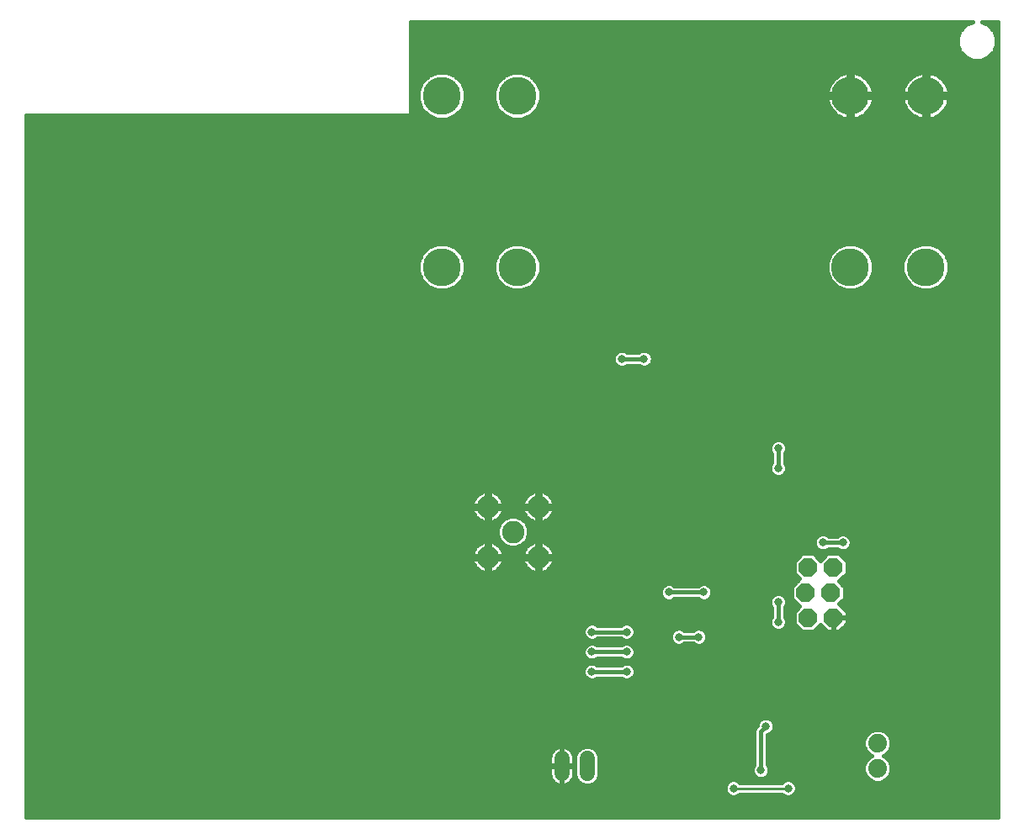
<source format=gbl>
G75*
%MOIN*%
%OFA0B0*%
%FSLAX24Y24*%
%IPPOS*%
%LPD*%
%AMOC8*
5,1,8,0,0,1.08239X$1,22.5*
%
%ADD10C,0.0886*%
%ADD11C,0.0600*%
%ADD12C,0.1500*%
%ADD13OC8,0.0740*%
%ADD14C,0.0740*%
%ADD15C,0.0160*%
%ADD16C,0.0317*%
%ADD17C,0.0100*%
D10*
X018991Y010700D03*
X019991Y011700D03*
X018991Y012700D03*
X020991Y012700D03*
X020991Y010700D03*
D11*
X021924Y002716D02*
X021924Y002116D01*
X022924Y002116D02*
X022924Y002716D01*
D12*
X020160Y022200D03*
X017168Y022200D03*
X017168Y028991D03*
X020160Y028991D03*
X033349Y028991D03*
X036341Y028991D03*
X036341Y022200D03*
X033349Y022200D03*
D13*
X032676Y010290D03*
X031676Y010290D03*
X031576Y009290D03*
X032576Y009290D03*
X032676Y008290D03*
X031676Y008290D03*
D14*
X034432Y003318D03*
X034432Y002318D03*
D15*
X000714Y000391D02*
X000714Y028204D01*
X015928Y028204D01*
X015928Y031914D01*
X038186Y031914D01*
X037933Y031809D01*
X037716Y031592D01*
X037599Y031309D01*
X037599Y031003D01*
X037716Y030720D01*
X037933Y030504D01*
X038216Y030386D01*
X038522Y030386D01*
X038805Y030504D01*
X039022Y030720D01*
X039139Y031003D01*
X039139Y031309D01*
X039022Y031592D01*
X038805Y031809D01*
X038552Y031914D01*
X039201Y031914D01*
X039201Y000391D01*
X000714Y000391D01*
X000714Y000409D02*
X039201Y000409D01*
X039201Y000568D02*
X000714Y000568D01*
X000714Y000726D02*
X039201Y000726D01*
X039201Y000885D02*
X000714Y000885D01*
X000714Y001043D02*
X039201Y001043D01*
X039201Y001202D02*
X030980Y001202D01*
X030956Y001192D02*
X031080Y001243D01*
X031176Y001339D01*
X031227Y001463D01*
X031227Y001598D01*
X031176Y001722D01*
X031080Y001817D01*
X030956Y001869D01*
X030821Y001869D01*
X030697Y001817D01*
X030640Y001760D01*
X028972Y001760D01*
X028915Y001817D01*
X028791Y001869D01*
X028656Y001869D01*
X028532Y001817D01*
X028436Y001722D01*
X028385Y001598D01*
X028385Y001463D01*
X028436Y001339D01*
X028532Y001243D01*
X028656Y001192D01*
X028791Y001192D01*
X028915Y001243D01*
X028972Y001300D01*
X030640Y001300D01*
X030697Y001243D01*
X030821Y001192D01*
X030956Y001192D01*
X030797Y001202D02*
X028815Y001202D01*
X028632Y001202D02*
X000714Y001202D01*
X000714Y001360D02*
X028427Y001360D01*
X028385Y001519D02*
X000714Y001519D01*
X000714Y001677D02*
X021728Y001677D01*
X021740Y001671D02*
X021812Y001648D01*
X021886Y001636D01*
X021904Y001636D01*
X021904Y002396D01*
X021944Y002396D01*
X021944Y001636D01*
X021962Y001636D01*
X022036Y001648D01*
X022108Y001671D01*
X022176Y001706D01*
X022237Y001750D01*
X022290Y001803D01*
X022335Y001865D01*
X022369Y001932D01*
X022392Y002004D01*
X022404Y002078D01*
X022404Y002396D01*
X021944Y002396D01*
X021944Y002436D01*
X022404Y002436D01*
X022404Y002754D01*
X022392Y002829D01*
X022369Y002900D01*
X022335Y002968D01*
X022290Y003029D01*
X022237Y003082D01*
X022176Y003127D01*
X022108Y003161D01*
X022036Y003184D01*
X021962Y003196D01*
X021944Y003196D01*
X021944Y002436D01*
X021904Y002436D01*
X021904Y002396D01*
X021444Y002396D01*
X021444Y002078D01*
X021456Y002004D01*
X021479Y001932D01*
X021514Y001865D01*
X021558Y001803D01*
X021611Y001750D01*
X021673Y001706D01*
X021740Y001671D01*
X021904Y001677D02*
X021944Y001677D01*
X021944Y001836D02*
X021904Y001836D01*
X021904Y001994D02*
X021944Y001994D01*
X021944Y002153D02*
X021904Y002153D01*
X021904Y002311D02*
X021944Y002311D01*
X021904Y002436D02*
X021444Y002436D01*
X021444Y002754D01*
X021456Y002829D01*
X021479Y002900D01*
X021514Y002968D01*
X021558Y003029D01*
X021611Y003082D01*
X021673Y003127D01*
X021740Y003161D01*
X021812Y003184D01*
X021886Y003196D01*
X021904Y003196D01*
X021904Y002436D01*
X021904Y002470D02*
X021944Y002470D01*
X021944Y002628D02*
X021904Y002628D01*
X021904Y002787D02*
X021944Y002787D01*
X021944Y002945D02*
X021904Y002945D01*
X021904Y003104D02*
X021944Y003104D01*
X022207Y003104D02*
X022633Y003104D01*
X022652Y003123D02*
X022517Y002988D01*
X022444Y002812D01*
X022444Y002021D01*
X022517Y001844D01*
X022652Y001709D01*
X022829Y001636D01*
X023020Y001636D01*
X023196Y001709D01*
X023331Y001844D01*
X023404Y002021D01*
X023404Y002812D01*
X023331Y002988D01*
X023196Y003123D01*
X023020Y003196D01*
X022829Y003196D01*
X022652Y003123D01*
X022499Y002945D02*
X022346Y002945D01*
X022399Y002787D02*
X022444Y002787D01*
X022444Y002628D02*
X022404Y002628D01*
X022404Y002470D02*
X022444Y002470D01*
X022444Y002311D02*
X022404Y002311D01*
X022404Y002153D02*
X022444Y002153D01*
X022455Y001994D02*
X022389Y001994D01*
X022314Y001836D02*
X022526Y001836D01*
X022729Y001677D02*
X022120Y001677D01*
X021534Y001836D02*
X000714Y001836D01*
X000714Y001994D02*
X021459Y001994D01*
X021444Y002153D02*
X000714Y002153D01*
X000714Y002311D02*
X021444Y002311D01*
X021444Y002470D02*
X000714Y002470D01*
X000714Y002628D02*
X021444Y002628D01*
X021449Y002787D02*
X000714Y002787D01*
X000714Y002945D02*
X021502Y002945D01*
X021641Y003104D02*
X000714Y003104D01*
X000714Y003262D02*
X029546Y003262D01*
X029546Y003104D02*
X023215Y003104D01*
X023349Y002945D02*
X029546Y002945D01*
X029546Y002787D02*
X023404Y002787D01*
X023404Y002628D02*
X029546Y002628D01*
X029546Y002470D02*
X023404Y002470D01*
X023404Y002311D02*
X029468Y002311D01*
X029468Y002318D02*
X029468Y002184D01*
X029519Y002059D01*
X029614Y001964D01*
X029739Y001912D01*
X029873Y001912D01*
X029998Y001964D01*
X030093Y002059D01*
X030144Y002184D01*
X030144Y002318D01*
X030093Y002443D01*
X030066Y002469D01*
X030066Y003653D01*
X030070Y003653D01*
X030195Y003704D01*
X030290Y003799D01*
X030341Y003924D01*
X030341Y004058D01*
X030290Y004183D01*
X030195Y004278D01*
X030070Y004329D01*
X029936Y004329D01*
X029811Y004278D01*
X029716Y004183D01*
X029664Y004058D01*
X029664Y004020D01*
X029586Y003941D01*
X029546Y003846D01*
X029546Y002469D01*
X029519Y002443D01*
X029468Y002318D01*
X029480Y002153D02*
X023404Y002153D01*
X023393Y001994D02*
X029584Y001994D01*
X029806Y002251D02*
X029806Y003794D01*
X030003Y003991D01*
X030228Y003738D02*
X034074Y003738D01*
X034120Y003784D02*
X033966Y003629D01*
X033882Y003427D01*
X033882Y003208D01*
X033966Y003006D01*
X034120Y002851D01*
X034202Y002818D01*
X034120Y002784D01*
X033966Y002629D01*
X033882Y002427D01*
X033882Y002208D01*
X033966Y002006D01*
X034120Y001851D01*
X034323Y001768D01*
X034541Y001768D01*
X034744Y001851D01*
X034898Y002006D01*
X034982Y002208D01*
X034982Y002427D01*
X034898Y002629D01*
X034744Y002784D01*
X034662Y002818D01*
X034744Y002851D01*
X034898Y003006D01*
X034982Y003208D01*
X034982Y003427D01*
X034898Y003629D01*
X034744Y003784D01*
X034541Y003868D01*
X034323Y003868D01*
X034120Y003784D01*
X033945Y003579D02*
X030066Y003579D01*
X030066Y003421D02*
X033882Y003421D01*
X033882Y003262D02*
X030066Y003262D01*
X030066Y003104D02*
X033925Y003104D01*
X034027Y002945D02*
X030066Y002945D01*
X030066Y002787D02*
X034127Y002787D01*
X033965Y002628D02*
X030066Y002628D01*
X030066Y002470D02*
X033900Y002470D01*
X033882Y002311D02*
X030144Y002311D01*
X030132Y002153D02*
X033905Y002153D01*
X033978Y001994D02*
X030028Y001994D01*
X030742Y001836D02*
X028870Y001836D01*
X028576Y001836D02*
X023323Y001836D01*
X023119Y001677D02*
X028418Y001677D01*
X029546Y003421D02*
X000714Y003421D01*
X000714Y003579D02*
X029546Y003579D01*
X029546Y003738D02*
X000714Y003738D01*
X000714Y003896D02*
X029567Y003896D01*
X029664Y004055D02*
X000714Y004055D01*
X000714Y004213D02*
X029747Y004213D01*
X030259Y004213D02*
X039201Y004213D01*
X039201Y004055D02*
X030341Y004055D01*
X030330Y003896D02*
X039201Y003896D01*
X039201Y003738D02*
X034790Y003738D01*
X034919Y003579D02*
X039201Y003579D01*
X039201Y003421D02*
X034982Y003421D01*
X034982Y003262D02*
X039201Y003262D01*
X039201Y003104D02*
X034939Y003104D01*
X034837Y002945D02*
X039201Y002945D01*
X039201Y002787D02*
X034737Y002787D01*
X034899Y002628D02*
X039201Y002628D01*
X039201Y002470D02*
X034964Y002470D01*
X034982Y002311D02*
X039201Y002311D01*
X039201Y002153D02*
X034959Y002153D01*
X034886Y001994D02*
X039201Y001994D01*
X039201Y001836D02*
X034706Y001836D01*
X034158Y001836D02*
X031036Y001836D01*
X031194Y001677D02*
X039201Y001677D01*
X039201Y001519D02*
X031227Y001519D01*
X031185Y001360D02*
X039201Y001360D01*
X039201Y004372D02*
X000714Y004372D01*
X000714Y004530D02*
X039201Y004530D01*
X039201Y004689D02*
X000714Y004689D01*
X000714Y004847D02*
X039201Y004847D01*
X039201Y005006D02*
X000714Y005006D01*
X000714Y005164D02*
X039201Y005164D01*
X039201Y005323D02*
X000714Y005323D01*
X000714Y005481D02*
X039201Y005481D01*
X039201Y005640D02*
X000714Y005640D01*
X000714Y005798D02*
X039201Y005798D01*
X039201Y005957D02*
X024770Y005957D01*
X024778Y005965D02*
X024829Y006089D01*
X024829Y006224D01*
X024778Y006348D01*
X024683Y006443D01*
X024558Y006495D01*
X024424Y006495D01*
X024299Y006443D01*
X024272Y006416D01*
X023332Y006416D01*
X023305Y006443D01*
X023180Y006495D01*
X023046Y006495D01*
X022921Y006443D01*
X022826Y006348D01*
X022775Y006224D01*
X022775Y006089D01*
X022826Y005965D01*
X022921Y005869D01*
X023046Y005818D01*
X023180Y005818D01*
X023305Y005869D01*
X023332Y005896D01*
X024272Y005896D01*
X024299Y005869D01*
X024424Y005818D01*
X024558Y005818D01*
X024683Y005869D01*
X024778Y005965D01*
X024829Y006115D02*
X039201Y006115D01*
X039201Y006274D02*
X024809Y006274D01*
X024694Y006432D02*
X039201Y006432D01*
X039201Y006591D02*
X000714Y006591D01*
X000714Y006749D02*
X022829Y006749D01*
X022826Y006752D02*
X022921Y006657D01*
X023046Y006605D01*
X023180Y006605D01*
X023305Y006657D01*
X023332Y006684D01*
X024272Y006684D01*
X024299Y006657D01*
X024424Y006605D01*
X024558Y006605D01*
X024683Y006657D01*
X024778Y006752D01*
X024829Y006876D01*
X024829Y007011D01*
X024778Y007135D01*
X024683Y007231D01*
X024558Y007282D01*
X024424Y007282D01*
X024299Y007231D01*
X024272Y007204D01*
X023332Y007204D01*
X023305Y007231D01*
X023180Y007282D01*
X023046Y007282D01*
X022921Y007231D01*
X022826Y007135D01*
X022775Y007011D01*
X022775Y006876D01*
X022826Y006752D01*
X022775Y006908D02*
X000714Y006908D01*
X000714Y007066D02*
X022798Y007066D01*
X022916Y007225D02*
X000714Y007225D01*
X000714Y007383D02*
X026254Y007383D01*
X026271Y007343D02*
X026366Y007247D01*
X026491Y007196D01*
X026625Y007196D01*
X026750Y007247D01*
X026777Y007274D01*
X027127Y007274D01*
X027154Y007247D01*
X027278Y007196D01*
X027413Y007196D01*
X027537Y007247D01*
X027632Y007343D01*
X027684Y007467D01*
X027684Y007602D01*
X027632Y007726D01*
X027537Y007821D01*
X027413Y007873D01*
X027278Y007873D01*
X027154Y007821D01*
X027127Y007794D01*
X026777Y007794D01*
X026750Y007821D01*
X026625Y007873D01*
X026491Y007873D01*
X026366Y007821D01*
X026271Y007726D01*
X026220Y007602D01*
X026220Y007467D01*
X026271Y007343D01*
X026421Y007225D02*
X024689Y007225D01*
X024807Y007066D02*
X039201Y007066D01*
X039201Y006908D02*
X024829Y006908D01*
X024775Y006749D02*
X039201Y006749D01*
X039201Y007225D02*
X027483Y007225D01*
X027649Y007383D02*
X039201Y007383D01*
X039201Y007542D02*
X027684Y007542D01*
X027643Y007700D02*
X039201Y007700D01*
X039201Y007859D02*
X033023Y007859D01*
X032904Y007740D02*
X033226Y008062D01*
X033226Y008270D01*
X032696Y008270D01*
X032696Y007740D01*
X032904Y007740D01*
X032696Y007859D02*
X032656Y007859D01*
X032656Y007740D02*
X032448Y007740D01*
X032176Y008012D01*
X031904Y007740D01*
X031448Y007740D01*
X031126Y008062D01*
X031126Y008518D01*
X031348Y008740D01*
X031348Y008740D01*
X031026Y009062D01*
X031026Y009518D01*
X031348Y009840D01*
X031348Y009840D01*
X031126Y010062D01*
X031126Y010518D01*
X031448Y010840D01*
X031904Y010840D01*
X032176Y010568D01*
X032448Y010840D01*
X032904Y010840D01*
X033226Y010518D01*
X033226Y010062D01*
X032904Y009740D01*
X032904Y009740D01*
X033126Y009518D01*
X033126Y009062D01*
X032904Y008840D01*
X032904Y008840D01*
X033226Y008518D01*
X033226Y008310D01*
X032696Y008310D01*
X032696Y008270D01*
X032656Y008270D01*
X032656Y007740D01*
X032656Y008017D02*
X032696Y008017D01*
X032696Y008176D02*
X032656Y008176D01*
X032330Y007859D02*
X032023Y007859D01*
X031330Y007859D02*
X030708Y007859D01*
X030687Y007838D02*
X030782Y007933D01*
X030833Y008057D01*
X030833Y008192D01*
X030782Y008317D01*
X030755Y008343D01*
X030755Y008694D01*
X030782Y008721D01*
X030833Y008845D01*
X030833Y008980D01*
X030782Y009104D01*
X030687Y009199D01*
X030562Y009251D01*
X030428Y009251D01*
X030303Y009199D01*
X030208Y009104D01*
X030157Y008980D01*
X030157Y008845D01*
X030208Y008721D01*
X030235Y008694D01*
X030235Y008343D01*
X030208Y008317D01*
X030157Y008192D01*
X030157Y008057D01*
X030208Y007933D01*
X030303Y007838D01*
X030428Y007786D01*
X030562Y007786D01*
X030687Y007838D01*
X030817Y008017D02*
X031171Y008017D01*
X031126Y008176D02*
X030833Y008176D01*
X030764Y008334D02*
X031126Y008334D01*
X031126Y008493D02*
X030755Y008493D01*
X030755Y008651D02*
X031259Y008651D01*
X031279Y008810D02*
X030819Y008810D01*
X030833Y008968D02*
X031120Y008968D01*
X031026Y009127D02*
X030759Y009127D01*
X031026Y009285D02*
X027881Y009285D01*
X027881Y009239D02*
X027881Y009373D01*
X027829Y009498D01*
X027734Y009593D01*
X027610Y009644D01*
X027475Y009644D01*
X027351Y009593D01*
X027324Y009566D01*
X026383Y009566D01*
X026356Y009593D01*
X026232Y009644D01*
X026097Y009644D01*
X025973Y009593D01*
X025877Y009498D01*
X025826Y009373D01*
X025826Y009239D01*
X025877Y009114D01*
X025973Y009019D01*
X026097Y008967D01*
X026232Y008967D01*
X026356Y009019D01*
X026383Y009046D01*
X027324Y009046D01*
X027351Y009019D01*
X027475Y008967D01*
X027610Y008967D01*
X027734Y009019D01*
X027829Y009114D01*
X027881Y009239D01*
X027834Y009127D02*
X030231Y009127D01*
X030157Y008968D02*
X027612Y008968D01*
X027473Y008968D02*
X026234Y008968D01*
X026095Y008968D02*
X000714Y008968D01*
X000714Y008810D02*
X030171Y008810D01*
X030235Y008651D02*
X000714Y008651D01*
X000714Y008493D02*
X030235Y008493D01*
X030226Y008334D02*
X000714Y008334D01*
X000714Y008176D02*
X030157Y008176D01*
X030173Y008017D02*
X024683Y008017D01*
X024683Y008018D02*
X024558Y008070D01*
X024424Y008070D01*
X024299Y008018D01*
X024272Y007991D01*
X023332Y007991D01*
X023305Y008018D01*
X023180Y008070D01*
X023046Y008070D01*
X022921Y008018D01*
X022826Y007923D01*
X022775Y007798D01*
X022775Y007664D01*
X022826Y007539D01*
X022921Y007444D01*
X023046Y007393D01*
X023180Y007393D01*
X023305Y007444D01*
X023332Y007471D01*
X024272Y007471D01*
X024299Y007444D01*
X024424Y007393D01*
X024558Y007393D01*
X024683Y007444D01*
X024778Y007539D01*
X024829Y007664D01*
X024829Y007798D01*
X024778Y007923D01*
X024683Y008018D01*
X024804Y007859D02*
X026457Y007859D01*
X026659Y007859D02*
X027245Y007859D01*
X027446Y007859D02*
X030282Y007859D01*
X030495Y008125D02*
X030495Y008912D01*
X031026Y009444D02*
X027851Y009444D01*
X027711Y009602D02*
X031110Y009602D01*
X031269Y009761D02*
X000714Y009761D01*
X000714Y009919D02*
X031269Y009919D01*
X031126Y010078D02*
X000714Y010078D01*
X000714Y010236D02*
X018573Y010236D01*
X018585Y010224D02*
X018665Y010167D01*
X018752Y010122D01*
X018845Y010092D01*
X018923Y010080D01*
X018923Y010632D01*
X018371Y010632D01*
X018383Y010554D01*
X018414Y010460D01*
X018458Y010373D01*
X018516Y010294D01*
X018585Y010224D01*
X018447Y010395D02*
X000714Y010395D01*
X000714Y010553D02*
X018384Y010553D01*
X018371Y010767D02*
X018923Y010767D01*
X018923Y010632D01*
X019059Y010632D01*
X019059Y010767D01*
X019611Y010767D01*
X019599Y010845D01*
X019568Y010939D01*
X019524Y011026D01*
X019466Y011105D01*
X019397Y011175D01*
X019318Y011232D01*
X019230Y011277D01*
X019137Y011307D01*
X019059Y011320D01*
X019059Y010767D01*
X018923Y010767D01*
X018923Y011320D01*
X018845Y011307D01*
X018752Y011277D01*
X018665Y011232D01*
X018585Y011175D01*
X018516Y011105D01*
X018458Y011026D01*
X018414Y010939D01*
X018383Y010845D01*
X018371Y010767D01*
X018392Y010870D02*
X000714Y010870D01*
X000714Y010712D02*
X018923Y010712D01*
X019059Y010712D02*
X020923Y010712D01*
X020923Y010767D02*
X020923Y010632D01*
X020371Y010632D01*
X020383Y010554D01*
X020414Y010460D01*
X020458Y010373D01*
X020516Y010294D01*
X020585Y010224D01*
X020665Y010167D01*
X020752Y010122D01*
X020845Y010092D01*
X020923Y010080D01*
X020923Y010632D01*
X021059Y010632D01*
X021059Y010767D01*
X021611Y010767D01*
X021599Y010845D01*
X021568Y010939D01*
X021524Y011026D01*
X021466Y011105D01*
X021397Y011175D01*
X021318Y011232D01*
X021230Y011277D01*
X021137Y011307D01*
X021059Y011320D01*
X021059Y010767D01*
X020923Y010767D01*
X020371Y010767D01*
X020383Y010845D01*
X020414Y010939D01*
X020458Y011026D01*
X020516Y011105D01*
X020585Y011175D01*
X020665Y011232D01*
X020752Y011277D01*
X020845Y011307D01*
X020923Y011320D01*
X020923Y010767D01*
X020923Y010870D02*
X021059Y010870D01*
X021059Y010712D02*
X031320Y010712D01*
X031161Y010553D02*
X021598Y010553D01*
X021599Y010554D02*
X021611Y010632D01*
X021059Y010632D01*
X021059Y010080D01*
X021137Y010092D01*
X021230Y010122D01*
X021318Y010167D01*
X021397Y010224D01*
X021466Y010294D01*
X021524Y010373D01*
X021568Y010460D01*
X021599Y010554D01*
X021535Y010395D02*
X031126Y010395D01*
X031126Y010236D02*
X021409Y010236D01*
X021059Y010236D02*
X020923Y010236D01*
X020923Y010395D02*
X021059Y010395D01*
X021059Y010553D02*
X020923Y010553D01*
X020573Y010236D02*
X019409Y010236D01*
X019397Y010224D02*
X019466Y010294D01*
X019524Y010373D01*
X019568Y010460D01*
X019599Y010554D01*
X019611Y010632D01*
X019059Y010632D01*
X019059Y010080D01*
X019137Y010092D01*
X019230Y010122D01*
X019318Y010167D01*
X019397Y010224D01*
X019535Y010395D02*
X020447Y010395D01*
X020384Y010553D02*
X019598Y010553D01*
X019591Y010870D02*
X020392Y010870D01*
X020460Y011029D02*
X019522Y011029D01*
X019638Y011172D02*
X019867Y011077D01*
X020115Y011077D01*
X020344Y011172D01*
X020519Y011347D01*
X020614Y011576D01*
X020614Y011824D01*
X020519Y012052D01*
X020344Y012228D01*
X020115Y012323D01*
X019867Y012323D01*
X019638Y012228D01*
X019463Y012052D01*
X019368Y011824D01*
X019368Y011576D01*
X019463Y011347D01*
X019638Y011172D01*
X019622Y011187D02*
X019380Y011187D01*
X019464Y011346D02*
X000714Y011346D01*
X000714Y011504D02*
X019398Y011504D01*
X019368Y011663D02*
X000714Y011663D01*
X000714Y011821D02*
X019368Y011821D01*
X019433Y011980D02*
X000714Y011980D01*
X000714Y012138D02*
X018721Y012138D01*
X018752Y012122D02*
X018845Y012092D01*
X018923Y012080D01*
X018923Y012632D01*
X018371Y012632D01*
X018383Y012554D01*
X018414Y012460D01*
X018458Y012373D01*
X018516Y012294D01*
X018585Y012224D01*
X018665Y012167D01*
X018752Y012122D01*
X018923Y012138D02*
X019059Y012138D01*
X019059Y012080D02*
X019137Y012092D01*
X019230Y012122D01*
X019318Y012167D01*
X019397Y012224D01*
X019466Y012294D01*
X019524Y012373D01*
X019568Y012460D01*
X019599Y012554D01*
X019611Y012632D01*
X019059Y012632D01*
X019059Y012767D01*
X019611Y012767D01*
X019599Y012845D01*
X019568Y012939D01*
X019524Y013026D01*
X019466Y013105D01*
X019397Y013175D01*
X019318Y013232D01*
X019230Y013277D01*
X019137Y013307D01*
X019059Y013320D01*
X019059Y012767D01*
X018923Y012767D01*
X018923Y012632D01*
X019059Y012632D01*
X019059Y012080D01*
X019261Y012138D02*
X019549Y012138D01*
X019468Y012297D02*
X019805Y012297D01*
X019566Y012455D02*
X020416Y012455D01*
X020414Y012460D02*
X020458Y012373D01*
X020516Y012294D01*
X020585Y012224D01*
X020665Y012167D01*
X020752Y012122D01*
X020845Y012092D01*
X020923Y012080D01*
X020923Y012632D01*
X020371Y012632D01*
X020383Y012554D01*
X020414Y012460D01*
X020374Y012614D02*
X019608Y012614D01*
X019610Y012772D02*
X020372Y012772D01*
X020371Y012767D02*
X020923Y012767D01*
X020923Y012632D01*
X021059Y012632D01*
X021059Y012767D01*
X021611Y012767D01*
X021599Y012845D01*
X021568Y012939D01*
X021524Y013026D01*
X021466Y013105D01*
X021397Y013175D01*
X021318Y013232D01*
X021230Y013277D01*
X021137Y013307D01*
X021059Y013320D01*
X021059Y012767D01*
X020923Y012767D01*
X020923Y013320D01*
X020845Y013307D01*
X020752Y013277D01*
X020665Y013232D01*
X020585Y013175D01*
X020516Y013105D01*
X020458Y013026D01*
X020414Y012939D01*
X020383Y012845D01*
X020371Y012767D01*
X020411Y012931D02*
X019571Y012931D01*
X019478Y013089D02*
X020504Y013089D01*
X020695Y013248D02*
X019287Y013248D01*
X019059Y013248D02*
X018923Y013248D01*
X018923Y013320D02*
X018923Y012767D01*
X018371Y012767D01*
X018383Y012845D01*
X018414Y012939D01*
X018458Y013026D01*
X018516Y013105D01*
X018585Y013175D01*
X018665Y013232D01*
X018752Y013277D01*
X018845Y013307D01*
X018923Y013320D01*
X018923Y013089D02*
X019059Y013089D01*
X019059Y012931D02*
X018923Y012931D01*
X018923Y012772D02*
X019059Y012772D01*
X019059Y012614D02*
X018923Y012614D01*
X018923Y012455D02*
X019059Y012455D01*
X019059Y012297D02*
X018923Y012297D01*
X018514Y012297D02*
X000714Y012297D01*
X000714Y012455D02*
X018416Y012455D01*
X018374Y012614D02*
X000714Y012614D01*
X000714Y012772D02*
X018372Y012772D01*
X018411Y012931D02*
X000714Y012931D01*
X000714Y013089D02*
X018504Y013089D01*
X018695Y013248D02*
X000714Y013248D01*
X000714Y013406D02*
X039201Y013406D01*
X039201Y013248D02*
X021287Y013248D01*
X021059Y013248D02*
X020923Y013248D01*
X020923Y013089D02*
X021059Y013089D01*
X021059Y012931D02*
X020923Y012931D01*
X020923Y012772D02*
X021059Y012772D01*
X021059Y012632D02*
X021611Y012632D01*
X021599Y012554D01*
X021568Y012460D01*
X021524Y012373D01*
X021466Y012294D01*
X021397Y012224D01*
X021318Y012167D01*
X021230Y012122D01*
X021137Y012092D01*
X021059Y012080D01*
X021059Y012632D01*
X021059Y012614D02*
X020923Y012614D01*
X020923Y012455D02*
X021059Y012455D01*
X021059Y012297D02*
X020923Y012297D01*
X020923Y012138D02*
X021059Y012138D01*
X021261Y012138D02*
X039201Y012138D01*
X039201Y011980D02*
X020549Y011980D01*
X020614Y011821D02*
X039201Y011821D01*
X039201Y011663D02*
X020614Y011663D01*
X020584Y011504D02*
X032018Y011504D01*
X031980Y011466D02*
X031928Y011342D01*
X031928Y011207D01*
X031980Y011083D01*
X032075Y010988D01*
X032199Y010936D01*
X032334Y010936D01*
X032458Y010988D01*
X032485Y011014D01*
X032835Y011014D01*
X032862Y010988D01*
X032987Y010936D01*
X033121Y010936D01*
X033246Y010988D01*
X033341Y011083D01*
X033392Y011207D01*
X033392Y011342D01*
X033341Y011466D01*
X033246Y011561D01*
X033121Y011613D01*
X032987Y011613D01*
X032862Y011561D01*
X032835Y011534D01*
X032485Y011534D01*
X032458Y011561D01*
X032334Y011613D01*
X032199Y011613D01*
X032075Y011561D01*
X031980Y011466D01*
X031930Y011346D02*
X020518Y011346D01*
X020603Y011187D02*
X020360Y011187D01*
X020923Y011187D02*
X021059Y011187D01*
X021059Y011029D02*
X020923Y011029D01*
X021380Y011187D02*
X031936Y011187D01*
X032034Y011029D02*
X021522Y011029D01*
X021591Y010870D02*
X039201Y010870D01*
X039201Y010712D02*
X033032Y010712D01*
X033191Y010553D02*
X039201Y010553D01*
X039201Y010395D02*
X033226Y010395D01*
X033226Y010236D02*
X039201Y010236D01*
X039201Y010078D02*
X033226Y010078D01*
X033083Y009919D02*
X039201Y009919D01*
X039201Y009761D02*
X032925Y009761D01*
X033042Y009602D02*
X039201Y009602D01*
X039201Y009444D02*
X033126Y009444D01*
X033126Y009285D02*
X039201Y009285D01*
X039201Y009127D02*
X033126Y009127D01*
X033032Y008968D02*
X039201Y008968D01*
X039201Y008810D02*
X032934Y008810D01*
X033093Y008651D02*
X039201Y008651D01*
X039201Y008493D02*
X033226Y008493D01*
X033226Y008334D02*
X039201Y008334D01*
X039201Y008176D02*
X033226Y008176D01*
X033181Y008017D02*
X039201Y008017D01*
X039201Y011029D02*
X033287Y011029D01*
X033384Y011187D02*
X039201Y011187D01*
X039201Y011346D02*
X033391Y011346D01*
X033303Y011504D02*
X039201Y011504D01*
X039201Y012297D02*
X021468Y012297D01*
X021566Y012455D02*
X039201Y012455D01*
X039201Y012614D02*
X021608Y012614D01*
X021610Y012772D02*
X039201Y012772D01*
X039201Y012931D02*
X021571Y012931D01*
X021478Y013089D02*
X039201Y013089D01*
X039201Y013565D02*
X000714Y013565D01*
X000714Y013723D02*
X039201Y013723D01*
X039201Y013882D02*
X000714Y013882D01*
X000714Y014040D02*
X030206Y014040D01*
X030208Y014035D02*
X030303Y013940D01*
X030428Y013889D01*
X030562Y013889D01*
X030687Y013940D01*
X030782Y014035D01*
X030833Y014160D01*
X030833Y014294D01*
X030782Y014419D01*
X030755Y014446D01*
X030755Y014796D01*
X030782Y014823D01*
X030833Y014947D01*
X030833Y015082D01*
X030782Y015206D01*
X030687Y015301D01*
X030562Y015353D01*
X030428Y015353D01*
X030303Y015301D01*
X030208Y015206D01*
X030157Y015082D01*
X030157Y014947D01*
X030208Y014823D01*
X030235Y014796D01*
X030235Y014446D01*
X030208Y014419D01*
X030157Y014294D01*
X030157Y014160D01*
X030208Y014035D01*
X030157Y014199D02*
X000714Y014199D01*
X000714Y014357D02*
X030183Y014357D01*
X030235Y014516D02*
X000714Y014516D01*
X000714Y014674D02*
X030235Y014674D01*
X030204Y014833D02*
X000714Y014833D01*
X000714Y014991D02*
X030157Y014991D01*
X030185Y015150D02*
X000714Y015150D01*
X000714Y015308D02*
X030320Y015308D01*
X030495Y015015D02*
X030495Y014227D01*
X030807Y014357D02*
X039201Y014357D01*
X039201Y014199D02*
X030833Y014199D01*
X030784Y014040D02*
X039201Y014040D01*
X039201Y014516D02*
X030755Y014516D01*
X030755Y014674D02*
X039201Y014674D01*
X039201Y014833D02*
X030786Y014833D01*
X030833Y014991D02*
X039201Y014991D01*
X039201Y015150D02*
X030805Y015150D01*
X030670Y015308D02*
X039201Y015308D01*
X039201Y015467D02*
X000714Y015467D01*
X000714Y015625D02*
X039201Y015625D01*
X039201Y015784D02*
X000714Y015784D01*
X000714Y015942D02*
X039201Y015942D01*
X039201Y016101D02*
X000714Y016101D01*
X000714Y016259D02*
X039201Y016259D01*
X039201Y016418D02*
X000714Y016418D01*
X000714Y016576D02*
X039201Y016576D01*
X039201Y016735D02*
X000714Y016735D01*
X000714Y016893D02*
X039201Y016893D01*
X039201Y017052D02*
X000714Y017052D01*
X000714Y017210D02*
X039201Y017210D01*
X039201Y017369D02*
X000714Y017369D01*
X000714Y017527D02*
X039201Y017527D01*
X039201Y017686D02*
X000714Y017686D01*
X000714Y017844D02*
X039201Y017844D01*
X039201Y018003D02*
X000714Y018003D01*
X000714Y018161D02*
X039201Y018161D01*
X039201Y018320D02*
X025421Y018320D01*
X025467Y018366D02*
X025372Y018271D01*
X025247Y018219D01*
X025113Y018219D01*
X024988Y018271D01*
X024961Y018298D01*
X024513Y018298D01*
X024486Y018271D01*
X024361Y018219D01*
X024227Y018219D01*
X024102Y018271D01*
X024007Y018366D01*
X023956Y018491D01*
X023956Y018625D01*
X024007Y018750D01*
X024102Y018845D01*
X024227Y018896D01*
X024361Y018896D01*
X024486Y018845D01*
X024513Y018818D01*
X024961Y018818D01*
X024988Y018845D01*
X025113Y018896D01*
X025247Y018896D01*
X025372Y018845D01*
X025467Y018750D01*
X025518Y018625D01*
X025518Y018491D01*
X025467Y018366D01*
X025513Y018478D02*
X039201Y018478D01*
X039201Y018637D02*
X025514Y018637D01*
X025421Y018795D02*
X039201Y018795D01*
X039201Y018954D02*
X000714Y018954D01*
X000714Y019112D02*
X039201Y019112D01*
X039201Y019271D02*
X000714Y019271D01*
X000714Y019429D02*
X039201Y019429D01*
X039201Y019588D02*
X000714Y019588D01*
X000714Y019746D02*
X039201Y019746D01*
X039201Y019905D02*
X000714Y019905D01*
X000714Y020063D02*
X039201Y020063D01*
X039201Y020222D02*
X000714Y020222D01*
X000714Y020380D02*
X039201Y020380D01*
X039201Y020539D02*
X000714Y020539D01*
X000714Y020697D02*
X039201Y020697D01*
X039201Y020856D02*
X000714Y020856D01*
X000714Y021014D02*
X039201Y021014D01*
X039201Y021173D02*
X000714Y021173D01*
X000714Y021331D02*
X016834Y021331D01*
X016983Y021270D02*
X017353Y021270D01*
X017695Y021411D01*
X017957Y021673D01*
X018098Y022015D01*
X018098Y022385D01*
X017957Y022726D01*
X017695Y022988D01*
X017353Y023130D01*
X016983Y023130D01*
X016641Y022988D01*
X016380Y022726D01*
X016238Y022385D01*
X016238Y022015D01*
X016380Y021673D01*
X016641Y021411D01*
X016983Y021270D01*
X016563Y021490D02*
X000714Y021490D01*
X000714Y021648D02*
X016404Y021648D01*
X016324Y021807D02*
X000714Y021807D01*
X000714Y021965D02*
X016259Y021965D01*
X016238Y022124D02*
X000714Y022124D01*
X000714Y022282D02*
X016238Y022282D01*
X016261Y022441D02*
X000714Y022441D01*
X000714Y022599D02*
X016327Y022599D01*
X016411Y022758D02*
X000714Y022758D01*
X000714Y022916D02*
X016570Y022916D01*
X016851Y023075D02*
X000714Y023075D01*
X000714Y023233D02*
X039201Y023233D01*
X039201Y023075D02*
X036659Y023075D01*
X036526Y023130D02*
X036868Y022988D01*
X037130Y022726D01*
X037271Y022385D01*
X037271Y022015D01*
X037130Y021673D01*
X036868Y021411D01*
X036526Y021270D01*
X036156Y021270D01*
X035815Y021411D01*
X035553Y021673D01*
X035411Y022015D01*
X035411Y022385D01*
X035553Y022726D01*
X035815Y022988D01*
X036156Y023130D01*
X036526Y023130D01*
X036940Y022916D02*
X039201Y022916D01*
X039201Y022758D02*
X037098Y022758D01*
X037182Y022599D02*
X039201Y022599D01*
X039201Y022441D02*
X037248Y022441D01*
X037271Y022282D02*
X039201Y022282D01*
X039201Y022124D02*
X037271Y022124D01*
X037251Y021965D02*
X039201Y021965D01*
X039201Y021807D02*
X037185Y021807D01*
X037105Y021648D02*
X039201Y021648D01*
X039201Y021490D02*
X036947Y021490D01*
X036675Y021331D02*
X039201Y021331D01*
X039201Y023392D02*
X000714Y023392D01*
X000714Y023550D02*
X039201Y023550D01*
X039201Y023709D02*
X000714Y023709D01*
X000714Y023867D02*
X039201Y023867D01*
X039201Y024026D02*
X000714Y024026D01*
X000714Y024184D02*
X039201Y024184D01*
X039201Y024343D02*
X000714Y024343D01*
X000714Y024501D02*
X039201Y024501D01*
X039201Y024660D02*
X000714Y024660D01*
X000714Y024818D02*
X039201Y024818D01*
X039201Y024977D02*
X000714Y024977D01*
X000714Y025135D02*
X039201Y025135D01*
X039201Y025294D02*
X000714Y025294D01*
X000714Y025452D02*
X039201Y025452D01*
X039201Y025611D02*
X000714Y025611D01*
X000714Y025769D02*
X039201Y025769D01*
X039201Y025928D02*
X000714Y025928D01*
X000714Y026086D02*
X039201Y026086D01*
X039201Y026245D02*
X000714Y026245D01*
X000714Y026403D02*
X039201Y026403D01*
X039201Y026562D02*
X000714Y026562D01*
X000714Y026720D02*
X039201Y026720D01*
X039201Y026879D02*
X000714Y026879D01*
X000714Y027037D02*
X039201Y027037D01*
X039201Y027196D02*
X000714Y027196D01*
X000714Y027354D02*
X039201Y027354D01*
X039201Y027513D02*
X000714Y027513D01*
X000714Y027671D02*
X039201Y027671D01*
X039201Y027830D02*
X000714Y027830D01*
X000714Y027988D02*
X039201Y027988D01*
X039201Y028147D02*
X036732Y028147D01*
X036698Y028130D02*
X036792Y028176D01*
X036880Y028231D01*
X036962Y028296D01*
X037036Y028370D01*
X037101Y028452D01*
X037157Y028540D01*
X037202Y028634D01*
X037236Y028733D01*
X037260Y028835D01*
X037268Y028911D01*
X036421Y028911D01*
X036421Y028064D01*
X036497Y028073D01*
X036599Y028096D01*
X036698Y028130D01*
X036421Y028147D02*
X036261Y028147D01*
X036261Y028064D02*
X036261Y028911D01*
X035415Y028911D01*
X035423Y028835D01*
X035446Y028733D01*
X035481Y028634D01*
X035526Y028540D01*
X035582Y028452D01*
X035647Y028370D01*
X035721Y028296D01*
X035802Y028231D01*
X035891Y028176D01*
X035985Y028130D01*
X036084Y028096D01*
X036185Y028073D01*
X036261Y028064D01*
X036261Y028305D02*
X036421Y028305D01*
X036421Y028464D02*
X036261Y028464D01*
X036261Y028622D02*
X036421Y028622D01*
X036421Y028781D02*
X036261Y028781D01*
X036261Y028911D02*
X036421Y028911D01*
X036421Y029071D01*
X036261Y029071D01*
X036261Y028911D01*
X036261Y028939D02*
X033429Y028939D01*
X033429Y028911D02*
X033429Y029071D01*
X033269Y029071D01*
X033269Y028911D01*
X032422Y028911D01*
X032431Y028835D01*
X032454Y028733D01*
X032489Y028634D01*
X032534Y028540D01*
X032590Y028452D01*
X032655Y028370D01*
X032729Y028296D01*
X032810Y028231D01*
X032899Y028176D01*
X032993Y028130D01*
X033091Y028096D01*
X033193Y028073D01*
X033269Y028064D01*
X033269Y028911D01*
X033429Y028911D01*
X033429Y028064D01*
X033505Y028073D01*
X033607Y028096D01*
X033706Y028130D01*
X033800Y028176D01*
X033888Y028231D01*
X033970Y028296D01*
X034044Y028370D01*
X034109Y028452D01*
X034165Y028540D01*
X034210Y028634D01*
X034244Y028733D01*
X034268Y028835D01*
X034276Y028911D01*
X033429Y028911D01*
X033429Y028781D02*
X033269Y028781D01*
X033269Y028939D02*
X021090Y028939D01*
X021090Y028806D02*
X020949Y028464D01*
X020687Y028203D01*
X020345Y028061D01*
X019975Y028061D01*
X019634Y028203D01*
X019372Y028464D01*
X019230Y028806D01*
X019230Y029176D01*
X019372Y029518D01*
X019634Y029779D01*
X019975Y029921D01*
X020345Y029921D01*
X020687Y029779D01*
X020949Y029518D01*
X021090Y029176D01*
X021090Y028806D01*
X021080Y028781D02*
X032443Y028781D01*
X032495Y028622D02*
X021014Y028622D01*
X020948Y028464D02*
X032582Y028464D01*
X032720Y028305D02*
X020790Y028305D01*
X020553Y028147D02*
X032959Y028147D01*
X033269Y028147D02*
X033429Y028147D01*
X033429Y028305D02*
X033269Y028305D01*
X033269Y028464D02*
X033429Y028464D01*
X033429Y028622D02*
X033269Y028622D01*
X033269Y029071D02*
X032422Y029071D01*
X032431Y029147D01*
X032454Y029249D01*
X032489Y029347D01*
X032534Y029442D01*
X032590Y029530D01*
X032655Y029612D01*
X032729Y029685D01*
X032810Y029751D01*
X032899Y029806D01*
X032993Y029852D01*
X033091Y029886D01*
X033193Y029909D01*
X033269Y029918D01*
X033269Y029071D01*
X033269Y029098D02*
X033429Y029098D01*
X033429Y029071D02*
X033429Y029918D01*
X033505Y029909D01*
X033607Y029886D01*
X033706Y029852D01*
X033800Y029806D01*
X033888Y029751D01*
X033970Y029685D01*
X034044Y029612D01*
X034109Y029530D01*
X034165Y029442D01*
X034210Y029347D01*
X034244Y029249D01*
X034268Y029147D01*
X034276Y029071D01*
X033429Y029071D01*
X033429Y029256D02*
X033269Y029256D01*
X033269Y029415D02*
X033429Y029415D01*
X033429Y029573D02*
X033269Y029573D01*
X033269Y029732D02*
X033429Y029732D01*
X033429Y029890D02*
X033269Y029890D01*
X033110Y029890D02*
X020419Y029890D01*
X020735Y029732D02*
X032787Y029732D01*
X032624Y029573D02*
X020893Y029573D01*
X020991Y029415D02*
X032521Y029415D01*
X032457Y029256D02*
X021057Y029256D01*
X021090Y029098D02*
X032425Y029098D01*
X033588Y029890D02*
X036103Y029890D01*
X036084Y029886D02*
X035985Y029852D01*
X035891Y029806D01*
X035802Y029751D01*
X035721Y029685D01*
X035647Y029612D01*
X035582Y029530D01*
X035526Y029442D01*
X035481Y029347D01*
X035446Y029249D01*
X035423Y029147D01*
X035415Y029071D01*
X036261Y029071D01*
X036261Y029918D01*
X036185Y029909D01*
X036084Y029886D01*
X036261Y029890D02*
X036421Y029890D01*
X036421Y029918D02*
X036497Y029909D01*
X036599Y029886D01*
X036698Y029852D01*
X036792Y029806D01*
X036880Y029751D01*
X036962Y029685D01*
X037036Y029612D01*
X037101Y029530D01*
X037157Y029442D01*
X037202Y029347D01*
X037236Y029249D01*
X037260Y029147D01*
X037268Y029071D01*
X036421Y029071D01*
X036421Y029918D01*
X036580Y029890D02*
X039201Y029890D01*
X039201Y029732D02*
X036904Y029732D01*
X037066Y029573D02*
X039201Y029573D01*
X039201Y029415D02*
X037170Y029415D01*
X037234Y029256D02*
X039201Y029256D01*
X039201Y029098D02*
X037265Y029098D01*
X037247Y028781D02*
X039201Y028781D01*
X039201Y028939D02*
X036421Y028939D01*
X036421Y029098D02*
X036261Y029098D01*
X036261Y029256D02*
X036421Y029256D01*
X036421Y029415D02*
X036261Y029415D01*
X036261Y029573D02*
X036421Y029573D01*
X036421Y029732D02*
X036261Y029732D01*
X035779Y029732D02*
X033912Y029732D01*
X034074Y029573D02*
X035616Y029573D01*
X035513Y029415D02*
X034177Y029415D01*
X034242Y029256D02*
X035449Y029256D01*
X035418Y029098D02*
X034273Y029098D01*
X034255Y028781D02*
X035435Y028781D01*
X035487Y028622D02*
X034204Y028622D01*
X034116Y028464D02*
X035574Y028464D01*
X035712Y028305D02*
X033979Y028305D01*
X033740Y028147D02*
X035951Y028147D01*
X036971Y028305D02*
X039201Y028305D01*
X039201Y028464D02*
X037109Y028464D01*
X037196Y028622D02*
X039201Y028622D01*
X039201Y030049D02*
X015928Y030049D01*
X015928Y030207D02*
X039201Y030207D01*
X039201Y030366D02*
X015928Y030366D01*
X015928Y030524D02*
X037912Y030524D01*
X037754Y030683D02*
X015928Y030683D01*
X015928Y030841D02*
X037666Y030841D01*
X037600Y031000D02*
X015928Y031000D01*
X015928Y031158D02*
X037599Y031158D01*
X037602Y031317D02*
X015928Y031317D01*
X015928Y031475D02*
X037668Y031475D01*
X037758Y031634D02*
X015928Y031634D01*
X015928Y031792D02*
X037916Y031792D01*
X038822Y031792D02*
X039201Y031792D01*
X039201Y031634D02*
X038980Y031634D01*
X039070Y031475D02*
X039201Y031475D01*
X039201Y031317D02*
X039136Y031317D01*
X039139Y031158D02*
X039201Y031158D01*
X039201Y031000D02*
X039138Y031000D01*
X039201Y030841D02*
X039072Y030841D01*
X038984Y030683D02*
X039201Y030683D01*
X039201Y030524D02*
X038826Y030524D01*
X036024Y023075D02*
X033667Y023075D01*
X033534Y023130D02*
X033164Y023130D01*
X032822Y022988D01*
X032561Y022726D01*
X032419Y022385D01*
X032419Y022015D01*
X032561Y021673D01*
X032822Y021411D01*
X033164Y021270D01*
X033534Y021270D01*
X033876Y021411D01*
X034138Y021673D01*
X034279Y022015D01*
X034279Y022385D01*
X034138Y022726D01*
X033876Y022988D01*
X033534Y023130D01*
X033948Y022916D02*
X035743Y022916D01*
X035584Y022758D02*
X034106Y022758D01*
X034190Y022599D02*
X035500Y022599D01*
X035435Y022441D02*
X034256Y022441D01*
X034279Y022282D02*
X035411Y022282D01*
X035411Y022124D02*
X034279Y022124D01*
X034259Y021965D02*
X035432Y021965D01*
X035497Y021807D02*
X034193Y021807D01*
X034113Y021648D02*
X035577Y021648D01*
X035736Y021490D02*
X033955Y021490D01*
X033683Y021331D02*
X036007Y021331D01*
X033015Y021331D02*
X020494Y021331D01*
X020345Y021270D02*
X020687Y021411D01*
X020949Y021673D01*
X021090Y022015D01*
X021090Y022385D01*
X020949Y022726D01*
X020687Y022988D01*
X020345Y023130D01*
X019975Y023130D01*
X019634Y022988D01*
X019372Y022726D01*
X019230Y022385D01*
X019230Y022015D01*
X019372Y021673D01*
X019634Y021411D01*
X019975Y021270D01*
X020345Y021270D01*
X020766Y021490D02*
X032744Y021490D01*
X032585Y021648D02*
X020924Y021648D01*
X021004Y021807D02*
X032505Y021807D01*
X032440Y021965D02*
X021070Y021965D01*
X021090Y022124D02*
X032419Y022124D01*
X032419Y022282D02*
X021090Y022282D01*
X021067Y022441D02*
X032443Y022441D01*
X032508Y022599D02*
X021001Y022599D01*
X020917Y022758D02*
X032592Y022758D01*
X032751Y022916D02*
X020759Y022916D01*
X020478Y023075D02*
X033032Y023075D01*
X025180Y018558D02*
X024294Y018558D01*
X024053Y018795D02*
X000714Y018795D01*
X000714Y018637D02*
X023961Y018637D01*
X023961Y018478D02*
X000714Y018478D01*
X000714Y018320D02*
X024054Y018320D01*
X019826Y021331D02*
X017502Y021331D01*
X017774Y021490D02*
X019555Y021490D01*
X019396Y021648D02*
X017932Y021648D01*
X018012Y021807D02*
X019316Y021807D01*
X019251Y021965D02*
X018078Y021965D01*
X018098Y022124D02*
X019230Y022124D01*
X019230Y022282D02*
X018098Y022282D01*
X018075Y022441D02*
X019254Y022441D01*
X019319Y022599D02*
X018009Y022599D01*
X017925Y022758D02*
X019403Y022758D01*
X019562Y022916D02*
X017767Y022916D01*
X017485Y023075D02*
X019843Y023075D01*
X017695Y028203D02*
X017353Y028061D01*
X016983Y028061D01*
X016641Y028203D01*
X016380Y028464D01*
X015928Y028464D01*
X015928Y028622D02*
X016314Y028622D01*
X016380Y028464D02*
X016238Y028806D01*
X016238Y029176D01*
X016380Y029518D01*
X016641Y029779D01*
X016983Y029921D01*
X017353Y029921D01*
X017695Y029779D01*
X017957Y029518D01*
X018098Y029176D01*
X018098Y028806D01*
X017957Y028464D01*
X017695Y028203D01*
X017798Y028305D02*
X019531Y028305D01*
X019372Y028464D02*
X017956Y028464D01*
X018022Y028622D02*
X019306Y028622D01*
X019241Y028781D02*
X018088Y028781D01*
X018098Y028939D02*
X019230Y028939D01*
X019230Y029098D02*
X018098Y029098D01*
X018065Y029256D02*
X019264Y029256D01*
X019329Y029415D02*
X017999Y029415D01*
X017901Y029573D02*
X019427Y029573D01*
X019586Y029732D02*
X017743Y029732D01*
X017427Y029890D02*
X019901Y029890D01*
X019768Y028147D02*
X017561Y028147D01*
X016776Y028147D02*
X000714Y028147D01*
X015928Y028305D02*
X016539Y028305D01*
X016249Y028781D02*
X015928Y028781D01*
X015928Y028939D02*
X016238Y028939D01*
X016238Y029098D02*
X015928Y029098D01*
X015928Y029256D02*
X016271Y029256D01*
X016337Y029415D02*
X015928Y029415D01*
X015928Y029573D02*
X016435Y029573D01*
X016594Y029732D02*
X015928Y029732D01*
X015928Y029890D02*
X016909Y029890D01*
X020177Y012297D02*
X020514Y012297D01*
X020433Y012138D02*
X020721Y012138D01*
X019059Y011187D02*
X018923Y011187D01*
X018923Y011029D02*
X019059Y011029D01*
X019059Y010870D02*
X018923Y010870D01*
X018923Y010553D02*
X019059Y010553D01*
X019059Y010395D02*
X018923Y010395D01*
X018923Y010236D02*
X019059Y010236D01*
X018460Y011029D02*
X000714Y011029D01*
X000714Y011187D02*
X018603Y011187D01*
X022800Y007859D02*
X000714Y007859D01*
X000714Y008017D02*
X022921Y008017D01*
X023113Y007731D02*
X024491Y007731D01*
X024829Y007700D02*
X026260Y007700D01*
X026220Y007542D02*
X024779Y007542D01*
X024294Y007225D02*
X023311Y007225D01*
X023113Y006944D02*
X024491Y006944D01*
X024288Y006432D02*
X023316Y006432D01*
X023113Y006156D02*
X024491Y006156D01*
X022910Y006432D02*
X000714Y006432D01*
X000714Y006274D02*
X022795Y006274D01*
X022775Y006115D02*
X000714Y006115D01*
X000714Y005957D02*
X022834Y005957D01*
X022825Y007542D02*
X000714Y007542D01*
X000714Y007700D02*
X022775Y007700D01*
X023305Y008017D02*
X024299Y008017D01*
X025872Y009127D02*
X000714Y009127D01*
X000714Y009285D02*
X025826Y009285D01*
X025855Y009444D02*
X000714Y009444D01*
X000714Y009602D02*
X025995Y009602D01*
X026333Y009602D02*
X027373Y009602D01*
X027542Y009306D02*
X026164Y009306D01*
X026558Y007534D02*
X027345Y007534D01*
X027208Y007225D02*
X026695Y007225D01*
X032032Y010712D02*
X032320Y010712D01*
X032267Y011274D02*
X033054Y011274D01*
D16*
X033054Y011274D03*
X032267Y011274D03*
X030495Y008912D03*
X030495Y008125D03*
X029314Y006353D03*
X029314Y005959D03*
X028231Y004286D03*
X028231Y003893D03*
X027837Y003893D03*
X027444Y003893D03*
X027050Y003893D03*
X027050Y004286D03*
X030003Y003991D03*
X031086Y002613D03*
X031282Y002318D03*
X031479Y002613D03*
X030889Y002318D03*
X029806Y002251D03*
X030889Y001530D03*
X030889Y000644D03*
X031282Y000644D03*
X028822Y000644D03*
X028428Y000644D03*
X028723Y001530D03*
X026460Y001235D03*
X025869Y001235D03*
X025869Y000644D03*
X026460Y000644D03*
X025278Y000644D03*
X024688Y000644D03*
X024688Y001235D03*
X025278Y001235D03*
X024491Y006156D03*
X024491Y006944D03*
X024491Y007731D03*
X023113Y007731D03*
X023113Y006944D03*
X023113Y006156D03*
X019865Y007731D03*
X019274Y007731D03*
X019274Y008322D03*
X019865Y008322D03*
X023015Y010290D03*
X023015Y010684D03*
X023015Y011078D03*
X023015Y011471D03*
X023015Y011865D03*
X023015Y012259D03*
X022621Y012259D03*
X022227Y012259D03*
X021834Y012259D03*
X022818Y013046D03*
X024393Y014522D03*
X025475Y014326D03*
X024393Y016393D03*
X023015Y015015D03*
X026558Y016393D03*
X028526Y017770D03*
X029314Y017770D03*
X030495Y015015D03*
X030495Y014227D03*
X029314Y011865D03*
X029314Y011471D03*
X027542Y009306D03*
X026164Y009306D03*
X026558Y007534D03*
X027345Y007534D03*
X019274Y014227D03*
X019274Y016393D03*
X024294Y018558D03*
X025180Y018558D03*
X035810Y018164D03*
X036400Y018164D03*
X036400Y017574D03*
X035810Y017574D03*
X035810Y016983D03*
X036400Y016983D03*
X036400Y016393D03*
X035810Y016393D03*
X016715Y003007D03*
X013566Y003007D03*
X010416Y003007D03*
X007267Y003007D03*
X007660Y022889D03*
X007463Y023479D03*
X006676Y022889D03*
X005889Y023479D03*
X005692Y022889D03*
X004708Y022889D03*
X003723Y022889D03*
X002739Y022889D03*
X001755Y022889D03*
X000967Y023282D03*
X000967Y024070D03*
X000967Y024857D03*
X000967Y025644D03*
X000967Y026432D03*
X001558Y026235D03*
X001952Y026629D03*
X002345Y026235D03*
X003133Y026235D03*
X003723Y026235D03*
X003723Y025448D03*
X004117Y025448D03*
X003723Y024070D03*
X002739Y024660D03*
X003330Y027416D03*
X003330Y028007D03*
X003920Y028007D03*
X004511Y028007D03*
X005101Y028007D03*
X005692Y028007D03*
X006282Y028007D03*
X006873Y028007D03*
X007463Y028007D03*
X007463Y027416D03*
X007463Y026826D03*
X007463Y026038D03*
X007463Y025054D03*
X007463Y024267D03*
X005889Y024267D03*
X005889Y025054D03*
X006086Y025644D03*
X005692Y026038D03*
X006086Y026432D03*
X005692Y026826D03*
X008054Y027416D03*
X008645Y027416D03*
X009235Y027416D03*
X009826Y027416D03*
X009826Y028007D03*
X009235Y028007D03*
X008645Y028007D03*
X008054Y028007D03*
X010416Y028007D03*
X011007Y028007D03*
X011007Y027416D03*
X011007Y026826D03*
X011007Y025841D03*
X011007Y024857D03*
X010219Y024857D03*
X009432Y024857D03*
X009432Y023085D03*
X010219Y023085D03*
X011007Y023085D03*
X008645Y022889D03*
X002345Y028007D03*
X001952Y028007D03*
X001558Y028007D03*
X000967Y028007D03*
X000967Y027219D03*
D17*
X028723Y001530D02*
X030889Y001530D01*
M02*

</source>
